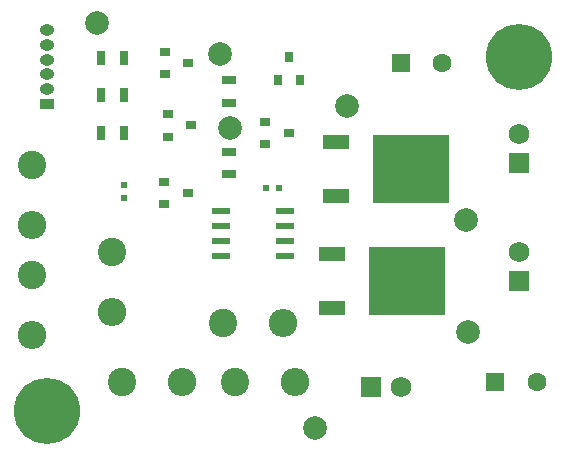
<source format=gbr>
%TF.GenerationSoftware,KiCad,Pcbnew,(5.1.10)-1*%
%TF.CreationDate,2021-08-14T12:20:45-07:00*%
%TF.ProjectId,EmitterDriverV2,456d6974-7465-4724-9472-697665725632,rev?*%
%TF.SameCoordinates,Original*%
%TF.FileFunction,Soldermask,Top*%
%TF.FilePolarity,Negative*%
%FSLAX46Y46*%
G04 Gerber Fmt 4.6, Leading zero omitted, Abs format (unit mm)*
G04 Created by KiCad (PCBNEW (5.1.10)-1) date 2021-08-14 12:20:45*
%MOMM*%
%LPD*%
G01*
G04 APERTURE LIST*
%ADD10C,5.600000*%
%ADD11R,1.600000X1.600000*%
%ADD12C,1.600000*%
%ADD13R,0.500000X0.600000*%
%ADD14R,0.600000X0.500000*%
%ADD15R,0.900000X0.800000*%
%ADD16R,0.800000X0.900000*%
%ADD17R,1.750000X1.750000*%
%ADD18C,1.750000*%
%ADD19O,1.250000X0.950000*%
%ADD20R,1.250000X0.950000*%
%ADD21R,2.200000X1.200000*%
%ADD22R,6.400000X5.800000*%
%ADD23R,0.700000X1.300000*%
%ADD24R,1.300000X0.700000*%
%ADD25C,2.400000*%
%ADD26O,2.400000X2.400000*%
%ADD27R,1.550000X0.600000*%
%ADD28C,2.000000*%
G04 APERTURE END LIST*
D10*
%TO.C,REF\u002A\u002A*%
X75000000Y-45000000D03*
%TD*%
%TO.C,REF\u002A\u002A*%
X35000000Y-75000000D03*
%TD*%
D11*
%TO.C,C1*%
X73000000Y-72500000D03*
D12*
X76500000Y-72500000D03*
%TD*%
%TO.C,C2*%
X68500000Y-45500000D03*
D11*
X65000000Y-45500000D03*
%TD*%
D13*
%TO.C,C3*%
X41540000Y-55900000D03*
X41540000Y-57000000D03*
%TD*%
D14*
%TO.C,C4*%
X54700000Y-56100000D03*
X53600000Y-56100000D03*
%TD*%
D15*
%TO.C,D1*%
X53510000Y-50505000D03*
X53510000Y-52405000D03*
X55510000Y-51455000D03*
%TD*%
D16*
%TO.C,D2*%
X55550000Y-45000000D03*
X56500000Y-47000000D03*
X54600000Y-47000000D03*
%TD*%
D17*
%TO.C,D3*%
X75000000Y-64000000D03*
D18*
X75000000Y-61500000D03*
%TD*%
%TO.C,D4*%
X75000000Y-51500000D03*
D17*
X75000000Y-54000000D03*
%TD*%
D19*
%TO.C,J1*%
X35000000Y-42750000D03*
X35000000Y-44000000D03*
X35000000Y-45250000D03*
X35000000Y-46500000D03*
X35000000Y-47750000D03*
D20*
X35000000Y-49000000D03*
%TD*%
D18*
%TO.C,J2*%
X65000000Y-73000000D03*
D17*
X62500000Y-73000000D03*
%TD*%
D15*
%TO.C,Q1*%
X47255000Y-50820000D03*
X45255000Y-51770000D03*
X45255000Y-49870000D03*
%TD*%
%TO.C,Q2*%
X46985000Y-56535000D03*
X44985000Y-57485000D03*
X44985000Y-55585000D03*
%TD*%
%TO.C,Q3*%
X45000000Y-44600000D03*
X45000000Y-46500000D03*
X47000000Y-45550000D03*
%TD*%
D21*
%TO.C,Q4*%
X59200000Y-61720000D03*
X59200000Y-66280000D03*
D22*
X65500000Y-64000000D03*
%TD*%
%TO.C,Q5*%
X65825000Y-54475000D03*
D21*
X59525000Y-56755000D03*
X59525000Y-52195000D03*
%TD*%
D23*
%TO.C,R1*%
X41540000Y-48280000D03*
X39640000Y-48280000D03*
%TD*%
%TO.C,R2*%
X39640000Y-51455000D03*
X41540000Y-51455000D03*
%TD*%
%TO.C,R3*%
X41540000Y-45105000D03*
X39640000Y-45105000D03*
%TD*%
D24*
%TO.C,R4*%
X50430000Y-53045000D03*
X50430000Y-54945000D03*
%TD*%
%TO.C,R5*%
X50430000Y-47010000D03*
X50430000Y-48910000D03*
%TD*%
D25*
%TO.C,R8*%
X33760000Y-63500000D03*
D26*
X33760000Y-68580000D03*
%TD*%
%TO.C,R9*%
X40500000Y-66580000D03*
D25*
X40500000Y-61500000D03*
%TD*%
D26*
%TO.C,R10*%
X56000000Y-72500000D03*
D25*
X50920000Y-72500000D03*
%TD*%
D26*
%TO.C,R11*%
X55000000Y-67500000D03*
D25*
X49920000Y-67500000D03*
%TD*%
%TO.C,R12*%
X33760000Y-54185000D03*
D26*
X33760000Y-59265000D03*
%TD*%
D25*
%TO.C,R13*%
X41420000Y-72500000D03*
D26*
X46500000Y-72500000D03*
%TD*%
D27*
%TO.C,U1*%
X55200000Y-58095000D03*
X55200000Y-59365000D03*
X55200000Y-60635000D03*
X55200000Y-61905000D03*
X49800000Y-61905000D03*
X49800000Y-60635000D03*
X49800000Y-59365000D03*
X49800000Y-58095000D03*
%TD*%
D28*
%TO.C,BATT*%
X60400000Y-49200000D03*
%TD*%
%TO.C,GND*%
X57700000Y-76400000D03*
%TD*%
%TO.C,TP3*%
X50500000Y-51000000D03*
%TD*%
%TO.C,TP4*%
X49700000Y-44800000D03*
%TD*%
%TO.C,TP5*%
X70500000Y-58800000D03*
%TD*%
%TO.C,TP6*%
X70700000Y-68300000D03*
%TD*%
%TO.C,GND*%
X39300000Y-42100000D03*
%TD*%
M02*

</source>
